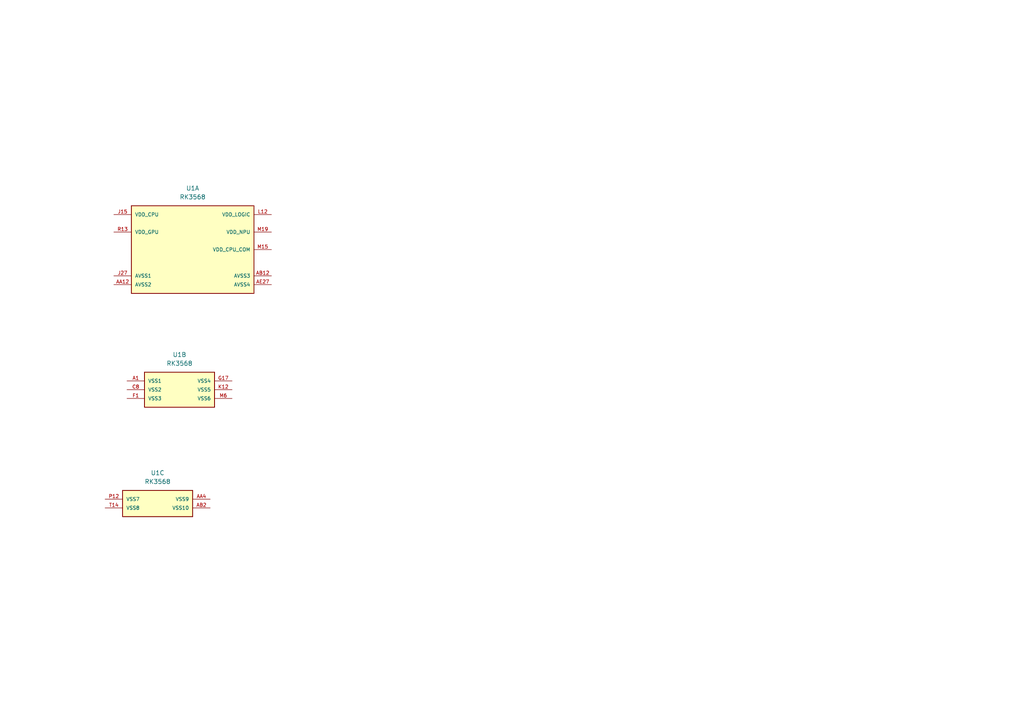
<source format=kicad_sch>
(kicad_sch (version 20250114) (generator "eeschema") (generator_version "9.0")
  (paper "A4")
  (symbol (lib_id "RK3568:RK3568") (at 52.07 113.03 0) (unit 2)
    (property "Reference" "U1" (at 52.07 102.87 0))
    (property "Value" "RK3568" (at 52.07 105.41 0))
    (property "Footprint" "RK3568:BGA636C65P28X28_1900X1900X168" (effects (hide yes)))
    (property "MF" "Rockchip" (effects (hide yes)))
    (property "MAXIMUM_PACKAGE_HEIGHT" "1.68mm" (effects (hide yes)))
    (property "Package" "None" (effects (hide yes)))
    (property "Price" "None" (effects (hide yes)))
    (property "Check_prices" "https://www.snapeda.com/parts/RK3568/Fuzhou+Rockchip+Electronics+Co/view-part/?ref=eda" (effects (hide yes)))
    (property "STANDARD" "IPC-7351B" (effects (hide yes)))
    (property "PARTREV" "1.3" (effects (hide yes)))
    (property "SnapEDA_Link" "https://www.snapeda.com/parts/RK3568/Fuzhou+Rockchip+Electronics+Co/view-part/?ref=snap" (effects (hide yes)))
    (property "MP" "RK3568" (effects (hide yes)))
    (property "Description_1" "Quad-core Cortex-A55 up to 2.0GHz" (effects (hide yes)))
    (property "Availability" "In Stock" (effects (hide yes)))
    (property "MANUFACTURER" "Rockchip Electronics" (effects (hide yes)))
  )
  (symbol (lib_id "RK3568:RK3568") (at -208.28 295.91 0) (unit 15)
    (property "Reference" "U1" (at -208.28 265.43 0))
    (property "Value" "RK3568" (at -208.28 267.97 0))
    (property "Footprint" "RK3568:BGA636C65P28X28_1900X1900X168" (effects (hide yes)))
    (property "MF" "Rockchip" (effects (hide yes)))
    (property "MAXIMUM_PACKAGE_HEIGHT" "1.68mm" (effects (hide yes)))
    (property "Package" "None" (effects (hide yes)))
    (property "Price" "None" (effects (hide yes)))
    (property "Check_prices" "https://www.snapeda.com/parts/RK3568/Fuzhou+Rockchip+Electronics+Co/view-part/?ref=eda" (effects (hide yes)))
    (property "STANDARD" "IPC-7351B" (effects (hide yes)))
    (property "PARTREV" "1.3" (effects (hide yes)))
    (property "SnapEDA_Link" "https://www.snapeda.com/parts/RK3568/Fuzhou+Rockchip+Electronics+Co/view-part/?ref=snap" (effects (hide yes)))
    (property "MP" "RK3568" (effects (hide yes)))
    (property "Description_1" "Quad-core Cortex-A55 up to 2.0GHz" (effects (hide yes)))
    (property "Availability" "In Stock" (effects (hide yes)))
    (property "MANUFACTURER" "Rockchip Electronics" (effects (hide yes)))
  )
  (symbol (lib_id "RK3568:RK3568") (at 304.8 344.17 0) (unit 10)
    (property "Reference" "U1" (at 304.8 318.77 0))
    (property "Value" "RK3568" (at 304.8 321.31 0))
    (property "Footprint" "RK3568:BGA636C65P28X28_1900X1900X168" (effects (hide yes)))
    (property "MF" "Rockchip" (effects (hide yes)))
    (property "MAXIMUM_PACKAGE_HEIGHT" "1.68mm" (effects (hide yes)))
    (property "Package" "None" (effects (hide yes)))
    (property "Price" "None" (effects (hide yes)))
    (property "Check_prices" "https://www.snapeda.com/parts/RK3568/Fuzhou+Rockchip+Electronics+Co/view-part/?ref=eda" (effects (hide yes)))
    (property "STANDARD" "IPC-7351B" (effects (hide yes)))
    (property "PARTREV" "1.3" (effects (hide yes)))
    (property "SnapEDA_Link" "https://www.snapeda.com/parts/RK3568/Fuzhou+Rockchip+Electronics+Co/view-part/?ref=snap" (effects (hide yes)))
    (property "MP" "RK3568" (effects (hide yes)))
    (property "Description_1" "Quad-core Cortex-A55 up to 2.0GHz" (effects (hide yes)))
    (property "Availability" "In Stock" (effects (hide yes)))
    (property "MANUFACTURER" "Rockchip Electronics" (effects (hide yes)))
  )
  (symbol (lib_id "RK3568:RK3568") (at -30.48 391.16 0) (unit 13)
    (property "Reference" "U1" (at -30.48 373.38 0))
    (property "Value" "RK3568" (at -30.48 375.92 0))
    (property "Footprint" "RK3568:BGA636C65P28X28_1900X1900X168" (effects (hide yes)))
    (property "MF" "Rockchip" (effects (hide yes)))
    (property "MAXIMUM_PACKAGE_HEIGHT" "1.68mm" (effects (hide yes)))
    (property "Package" "None" (effects (hide yes)))
    (property "Price" "None" (effects (hide yes)))
    (property "Check_prices" "https://www.snapeda.com/parts/RK3568/Fuzhou+Rockchip+Electronics+Co/view-part/?ref=eda" (effects (hide yes)))
    (property "STANDARD" "IPC-7351B" (effects (hide yes)))
    (property "PARTREV" "1.3" (effects (hide yes)))
    (property "SnapEDA_Link" "https://www.snapeda.com/parts/RK3568/Fuzhou+Rockchip+Electronics+Co/view-part/?ref=snap" (effects (hide yes)))
    (property "MP" "RK3568" (effects (hide yes)))
    (property "Description_1" "Quad-core Cortex-A55 up to 2.0GHz" (effects (hide yes)))
    (property "Availability" "In Stock" (effects (hide yes)))
    (property "MANUFACTURER" "Rockchip Electronics" (effects (hide yes)))
  )
  (symbol (lib_id "RK3568:RK3568") (at -224.79 99.06 0) (unit 17)
    (property "Reference" "U1" (at -224.79 71.12 0))
    (property "Value" "RK3568" (at -224.79 73.66 0))
    (property "Footprint" "RK3568:BGA636C65P28X28_1900X1900X168" (effects (hide yes)))
    (property "MF" "Rockchip" (effects (hide yes)))
    (property "MAXIMUM_PACKAGE_HEIGHT" "1.68mm" (effects (hide yes)))
    (property "Package" "None" (effects (hide yes)))
    (property "Price" "None" (effects (hide yes)))
    (property "Check_prices" "https://www.snapeda.com/parts/RK3568/Fuzhou+Rockchip+Electronics+Co/view-part/?ref=eda" (effects (hide yes)))
    (property "STANDARD" "IPC-7351B" (effects (hide yes)))
    (property "PARTREV" "1.3" (effects (hide yes)))
    (property "SnapEDA_Link" "https://www.snapeda.com/parts/RK3568/Fuzhou+Rockchip+Electronics+Co/view-part/?ref=snap" (effects (hide yes)))
    (property "MP" "RK3568" (effects (hide yes)))
    (property "Description_1" "Quad-core Cortex-A55 up to 2.0GHz" (effects (hide yes)))
    (property "Availability" "In Stock" (effects (hide yes)))
    (property "MANUFACTURER" "Rockchip Electronics" (effects (hide yes)))
  )
  (symbol (lib_id "RK3568:RK3568") (at 45.72 144.78 0) (unit 3)
    (property "Reference" "U1" (at 45.72 137.16 0))
    (property "Value" "RK3568" (at 45.72 139.7 0))
    (property "Footprint" "RK3568:BGA636C65P28X28_1900X1900X168" (effects (hide yes)))
    (property "MF" "Rockchip" (effects (hide yes)))
    (property "MAXIMUM_PACKAGE_HEIGHT" "1.68mm" (effects (hide yes)))
    (property "Package" "None" (effects (hide yes)))
    (property "Price" "None" (effects (hide yes)))
    (property "Check_prices" "https://www.snapeda.com/parts/RK3568/Fuzhou+Rockchip+Electronics+Co/view-part/?ref=eda" (effects (hide yes)))
    (property "STANDARD" "IPC-7351B" (effects (hide yes)))
    (property "PARTREV" "1.3" (effects (hide yes)))
    (property "SnapEDA_Link" "https://www.snapeda.com/parts/RK3568/Fuzhou+Rockchip+Electronics+Co/view-part/?ref=snap" (effects (hide yes)))
    (property "MP" "RK3568" (effects (hide yes)))
    (property "Description_1" "Quad-core Cortex-A55 up to 2.0GHz" (effects (hide yes)))
    (property "Availability" "In Stock" (effects (hide yes)))
    (property "MANUFACTURER" "Rockchip Electronics" (effects (hide yes)))
  )
  (symbol (lib_id "RK3568:RK3568") (at -147.32 463.55 0) (unit 22)
    (property "Reference" "U1" (at -147.32 433.07 0))
    (property "Value" "RK3568" (at -147.32 435.61 0))
    (property "Footprint" "RK3568:BGA636C65P28X28_1900X1900X168" (effects (hide yes)))
    (property "MF" "Rockchip" (effects (hide yes)))
    (property "MAXIMUM_PACKAGE_HEIGHT" "1.68mm" (effects (hide yes)))
    (property "Package" "None" (effects (hide yes)))
    (property "Price" "None" (effects (hide yes)))
    (property "Check_prices" "https://www.snapeda.com/parts/RK3568/Fuzhou+Rockchip+Electronics+Co/view-part/?ref=eda" (effects (hide yes)))
    (property "STANDARD" "IPC-7351B" (effects (hide yes)))
    (property "PARTREV" "1.3" (effects (hide yes)))
    (property "SnapEDA_Link" "https://www.snapeda.com/parts/RK3568/Fuzhou+Rockchip+Electronics+Co/view-part/?ref=snap" (effects (hide yes)))
    (property "MP" "RK3568" (effects (hide yes)))
    (property "Description_1" "Quad-core Cortex-A55 up to 2.0GHz" (effects (hide yes)))
    (property "Availability" "In Stock" (effects (hide yes)))
    (property "MANUFACTURER" "Rockchip Electronics" (effects (hide yes)))
  )
  (symbol (lib_id "RK3568:RK3568") (at -55.88 87.63 0) (unit 4)
    (property "Reference" "U1" (at -55.88 77.47 0))
    (property "Value" "RK3568" (at -55.88 80.01 0))
    (property "Footprint" "RK3568:BGA636C65P28X28_1900X1900X168" (effects (hide yes)))
    (property "MF" "Rockchip" (effects (hide yes)))
    (property "MAXIMUM_PACKAGE_HEIGHT" "1.68mm" (effects (hide yes)))
    (property "Package" "None" (effects (hide yes)))
    (property "Price" "None" (effects (hide yes)))
    (property "Check_prices" "https://www.snapeda.com/parts/RK3568/Fuzhou+Rockchip+Electronics+Co/view-part/?ref=eda" (effects (hide yes)))
    (property "STANDARD" "IPC-7351B" (effects (hide yes)))
    (property "PARTREV" "1.3" (effects (hide yes)))
    (property "SnapEDA_Link" "https://www.snapeda.com/parts/RK3568/Fuzhou+Rockchip+Electronics+Co/view-part/?ref=snap" (effects (hide yes)))
    (property "MP" "RK3568" (effects (hide yes)))
    (property "Description_1" "Quad-core Cortex-A55 up to 2.0GHz" (effects (hide yes)))
    (property "Availability" "In Stock" (effects (hide yes)))
    (property "MANUFACTURER" "Rockchip Electronics" (effects (hide yes)))
  )
  (symbol (lib_id "RK3568:RK3568") (at 328.93 219.71 0) (unit 11)
    (property "Reference" "U1" (at 328.93 189.23 0))
    (property "Value" "RK3568" (at 328.93 191.77 0))
    (property "Footprint" "RK3568:BGA636C65P28X28_1900X1900X168" (effects (hide yes)))
    (property "MF" "Rockchip" (effects (hide yes)))
    (property "MAXIMUM_PACKAGE_HEIGHT" "1.68mm" (effects (hide yes)))
    (property "Package" "None" (effects (hide yes)))
    (property "Price" "None" (effects (hide yes)))
    (property "Check_prices" "https://www.snapeda.com/parts/RK3568/Fuzhou+Rockchip+Electronics+Co/view-part/?ref=eda" (effects (hide yes)))
    (property "STANDARD" "IPC-7351B" (effects (hide yes)))
    (property "PARTREV" "1.3" (effects (hide yes)))
    (property "SnapEDA_Link" "https://www.snapeda.com/parts/RK3568/Fuzhou+Rockchip+Electronics+Co/view-part/?ref=snap" (effects (hide yes)))
    (property "MP" "RK3568" (effects (hide yes)))
    (property "Description_1" "Quad-core Cortex-A55 up to 2.0GHz" (effects (hide yes)))
    (property "Availability" "In Stock" (effects (hide yes)))
    (property "MANUFACTURER" "Rockchip Electronics" (effects (hide yes)))
  )
  (symbol (lib_id "RK3568:RK3568") (at 242.57 367.03 0) (unit 12)
    (property "Reference" "U1" (at 242.57 331.47 0))
    (property "Value" "RK3568" (at 242.57 334.01 0))
    (property "Footprint" "RK3568:BGA636C65P28X28_1900X1900X168" (effects (hide yes)))
    (property "MF" "Rockchip" (effects (hide yes)))
    (property "MAXIMUM_PACKAGE_HEIGHT" "1.68mm" (effects (hide yes)))
    (property "Package" "None" (effects (hide yes)))
    (property "Price" "None" (effects (hide yes)))
    (property "Check_prices" "https://www.snapeda.com/parts/RK3568/Fuzhou+Rockchip+Electronics+Co/view-part/?ref=eda" (effects (hide yes)))
    (property "STANDARD" "IPC-7351B" (effects (hide yes)))
    (property "PARTREV" "1.3" (effects (hide yes)))
    (property "SnapEDA_Link" "https://www.snapeda.com/parts/RK3568/Fuzhou+Rockchip+Electronics+Co/view-part/?ref=snap" (effects (hide yes)))
    (property "MP" "RK3568" (effects (hide yes)))
    (property "Description_1" "Quad-core Cortex-A55 up to 2.0GHz" (effects (hide yes)))
    (property "Availability" "In Stock" (effects (hide yes)))
    (property "MANUFACTURER" "Rockchip Electronics" (effects (hide yes)))
  )
  (symbol (lib_id "RK3568:RK3568") (at -152.4 361.95 0) (unit 14)
    (property "Reference" "U1" (at -152.4 341.63 0))
    (property "Value" "RK3568" (at -152.4 344.17 0))
    (property "Footprint" "RK3568:BGA636C65P28X28_1900X1900X168" (effects (hide yes)))
    (property "MF" "Rockchip" (effects (hide yes)))
    (property "MAXIMUM_PACKAGE_HEIGHT" "1.68mm" (effects (hide yes)))
    (property "Package" "None" (effects (hide yes)))
    (property "Price" "None" (effects (hide yes)))
    (property "Check_prices" "https://www.snapeda.com/parts/RK3568/Fuzhou+Rockchip+Electronics+Co/view-part/?ref=eda" (effects (hide yes)))
    (property "STANDARD" "IPC-7351B" (effects (hide yes)))
    (property "PARTREV" "1.3" (effects (hide yes)))
    (property "SnapEDA_Link" "https://www.snapeda.com/parts/RK3568/Fuzhou+Rockchip+Electronics+Co/view-part/?ref=snap" (effects (hide yes)))
    (property "MP" "RK3568" (effects (hide yes)))
    (property "Description_1" "Quad-core Cortex-A55 up to 2.0GHz" (effects (hide yes)))
    (property "Availability" "In Stock" (effects (hide yes)))
    (property "MANUFACTURER" "Rockchip Electronics" (effects (hide yes)))
  )
  (symbol (lib_id "RK3568:RK3568") (at -363.22 251.46 0) (unit 19)
    (property "Reference" "U1" (at -363.22 223.52 0))
    (property "Value" "RK3568" (at -363.22 226.06 0))
    (property "Footprint" "RK3568:BGA636C65P28X28_1900X1900X168" (effects (hide yes)))
    (property "MF" "Rockchip" (effects (hide yes)))
    (property "MAXIMUM_PACKAGE_HEIGHT" "1.68mm" (effects (hide yes)))
    (property "Package" "None" (effects (hide yes)))
    (property "Price" "None" (effects (hide yes)))
    (property "Check_prices" "https://www.snapeda.com/parts/RK3568/Fuzhou+Rockchip+Electronics+Co/view-part/?ref=eda" (effects (hide yes)))
    (property "STANDARD" "IPC-7351B" (effects (hide yes)))
    (property "PARTREV" "1.3" (effects (hide yes)))
    (property "SnapEDA_Link" "https://www.snapeda.com/parts/RK3568/Fuzhou+Rockchip+Electronics+Co/view-part/?ref=snap" (effects (hide yes)))
    (property "MP" "RK3568" (effects (hide yes)))
    (property "Description_1" "Quad-core Cortex-A55 up to 2.0GHz" (effects (hide yes)))
    (property "Availability" "In Stock" (effects (hide yes)))
    (property "MANUFACTURER" "Rockchip Electronics" (effects (hide yes)))
  )
  (symbol (lib_id "RK3568:RK3568") (at 55.88 72.39 0) (unit 1)
    (property "Reference" "U1" (at 55.88 54.61 0))
    (property "Value" "RK3568" (at 55.88 57.15 0))
    (property "Footprint" "RK3568:BGA636C65P28X28_1900X1900X168" (effects (hide yes)))
    (property "MF" "Rockchip" (effects (hide yes)))
    (property "MAXIMUM_PACKAGE_HEIGHT" "1.68mm" (effects (hide yes)))
    (property "Package" "None" (effects (hide yes)))
    (property "Price" "None" (effects (hide yes)))
    (property "Check_prices" "https://www.snapeda.com/parts/RK3568/Fuzhou+Rockchip+Electronics+Co/view-part/?ref=eda" (effects (hide yes)))
    (property "STANDARD" "IPC-7351B" (effects (hide yes)))
    (property "PARTREV" "1.3" (effects (hide yes)))
    (property "SnapEDA_Link" "https://www.snapeda.com/parts/RK3568/Fuzhou+Rockchip+Electronics+Co/view-part/?ref=snap" (effects (hide yes)))
    (property "MP" "RK3568" (effects (hide yes)))
    (property "Description_1" "Quad-core Cortex-A55 up to 2.0GHz" (effects (hide yes)))
    (property "Availability" "In Stock" (effects (hide yes)))
    (property "MANUFACTURER" "Rockchip Electronics" (effects (hide yes)))
  )
  (symbol (lib_id "RK3568:RK3568") (at -279.4 445.77 0) (unit 21)
    (property "Reference" "U1" (at -279.4 427.99 0))
    (property "Value" "RK3568" (at -279.4 430.53 0))
    (property "Footprint" "RK3568:BGA636C65P28X28_1900X1900X168" (effects (hide yes)))
    (property "MF" "Rockchip" (effects (hide yes)))
    (property "MAXIMUM_PACKAGE_HEIGHT" "1.68mm" (effects (hide yes)))
    (property "Package" "None" (effects (hide yes)))
    (property "Price" "None" (effects (hide yes)))
    (property "Check_prices" "https://www.snapeda.com/parts/RK3568/Fuzhou+Rockchip+Electronics+Co/view-part/?ref=eda" (effects (hide yes)))
    (property "STANDARD" "IPC-7351B" (effects (hide yes)))
    (property "PARTREV" "1.3" (effects (hide yes)))
    (property "SnapEDA_Link" "https://www.snapeda.com/parts/RK3568/Fuzhou+Rockchip+Electronics+Co/view-part/?ref=snap" (effects (hide yes)))
    (property "MP" "RK3568" (effects (hide yes)))
    (property "Description_1" "Quad-core Cortex-A55 up to 2.0GHz" (effects (hide yes)))
    (property "Availability" "In Stock" (effects (hide yes)))
    (property "MANUFACTURER" "Rockchip Electronics" (effects (hide yes)))
  )
  (symbol (lib_id "RK3568:RK3568") (at 33.02 307.34 0) (unit 7)
    (property "Reference" "U1" (at 33.02 287.02 0))
    (property "Value" "RK3568" (at 33.02 289.56 0))
    (property "Footprint" "RK3568:BGA636C65P28X28_1900X1900X168" (effects (hide yes)))
    (property "MF" "Rockchip" (effects (hide yes)))
    (property "MAXIMUM_PACKAGE_HEIGHT" "1.68mm" (effects (hide yes)))
    (property "Package" "None" (effects (hide yes)))
    (property "Price" "None" (effects (hide yes)))
    (property "Check_prices" "https://www.snapeda.com/parts/RK3568/Fuzhou+Rockchip+Electronics+Co/view-part/?ref=eda" (effects (hide yes)))
    (property "STANDARD" "IPC-7351B" (effects (hide yes)))
    (property "PARTREV" "1.3" (effects (hide yes)))
    (property "SnapEDA_Link" "https://www.snapeda.com/parts/RK3568/Fuzhou+Rockchip+Electronics+Co/view-part/?ref=snap" (effects (hide yes)))
    (property "MP" "RK3568" (effects (hide yes)))
    (property "Description_1" "Quad-core Cortex-A55 up to 2.0GHz" (effects (hide yes)))
    (property "Availability" "In Stock" (effects (hide yes)))
    (property "MANUFACTURER" "Rockchip Electronics" (effects (hide yes)))
  )
  (symbol (lib_id "RK3568:RK3568") (at 121.92 314.96 0) (unit 8)
    (property "Reference" "U1" (at 121.92 289.56 0))
    (property "Value" "RK3568" (at 121.92 292.1 0))
    (property "Footprint" "RK3568:BGA636C65P28X28_1900X1900X168" (effects (hide yes)))
    (property "MF" "Rockchip" (effects (hide yes)))
    (property "MAXIMUM_PACKAGE_HEIGHT" "1.68mm" (effects (hide yes)))
    (property "Package" "None" (effects (hide yes)))
    (property "Price" "None" (effects (hide yes)))
    (property "Check_prices" "https://www.snapeda.com/parts/RK3568/Fuzhou+Rockchip+Electronics+Co/view-part/?ref=eda" (effects (hide yes)))
    (property "STANDARD" "IPC-7351B" (effects (hide yes)))
    (property "PARTREV" "1.3" (effects (hide yes)))
    (property "SnapEDA_Link" "https://www.snapeda.com/parts/RK3568/Fuzhou+Rockchip+Electronics+Co/view-part/?ref=snap" (effects (hide yes)))
    (property "MP" "RK3568" (effects (hide yes)))
    (property "Description_1" "Quad-core Cortex-A55 up to 2.0GHz" (effects (hide yes)))
    (property "Availability" "In Stock" (effects (hide yes)))
    (property "MANUFACTURER" "Rockchip Electronics" (effects (hide yes)))
  )
  (symbol (lib_id "RK3568:RK3568") (at 200.66 308.61 0) (unit 9)
    (property "Reference" "U1" (at 200.66 295.91 0))
    (property "Value" "RK3568" (at 200.66 298.45 0))
    (property "Footprint" "RK3568:BGA636C65P28X28_1900X1900X168" (effects (hide yes)))
    (property "MF" "Rockchip" (effects (hide yes)))
    (property "MAXIMUM_PACKAGE_HEIGHT" "1.68mm" (effects (hide yes)))
    (property "Package" "None" (effects (hide yes)))
    (property "Price" "None" (effects (hide yes)))
    (property "Check_prices" "https://www.snapeda.com/parts/RK3568/Fuzhou+Rockchip+Electronics+Co/view-part/?ref=eda" (effects (hide yes)))
    (property "STANDARD" "IPC-7351B" (effects (hide yes)))
    (property "PARTREV" "1.3" (effects (hide yes)))
    (property "SnapEDA_Link" "https://www.snapeda.com/parts/RK3568/Fuzhou+Rockchip+Electronics+Co/view-part/?ref=snap" (effects (hide yes)))
    (property "MP" "RK3568" (effects (hide yes)))
    (property "Description_1" "Quad-core Cortex-A55 up to 2.0GHz" (effects (hide yes)))
    (property "Availability" "In Stock" (effects (hide yes)))
    (property "MANUFACTURER" "Rockchip Electronics" (effects (hide yes)))
  )
  (symbol (lib_id "RK3568:RK3568") (at -359.41 153.67 0) (unit 18)
    (property "Reference" "U1" (at -359.41 125.73 0))
    (property "Value" "RK3568" (at -359.41 128.27 0))
    (property "Footprint" "RK3568:BGA636C65P28X28_1900X1900X168" (effects (hide yes)))
    (property "MF" "Rockchip" (effects (hide yes)))
    (property "MAXIMUM_PACKAGE_HEIGHT" "1.68mm" (effects (hide yes)))
    (property "Package" "None" (effects (hide yes)))
    (property "Price" "None" (effects (hide yes)))
    (property "Check_prices" "https://www.snapeda.com/parts/RK3568/Fuzhou+Rockchip+Electronics+Co/view-part/?ref=eda" (effects (hide yes)))
    (property "STANDARD" "IPC-7351B" (effects (hide yes)))
    (property "PARTREV" "1.3" (effects (hide yes)))
    (property "SnapEDA_Link" "https://www.snapeda.com/parts/RK3568/Fuzhou+Rockchip+Electronics+Co/view-part/?ref=snap" (effects (hide yes)))
    (property "MP" "RK3568" (effects (hide yes)))
    (property "Description_1" "Quad-core Cortex-A55 up to 2.0GHz" (effects (hide yes)))
    (property "Availability" "In Stock" (effects (hide yes)))
    (property "MANUFACTURER" "Rockchip Electronics" (effects (hide yes)))
  )
  (symbol (lib_id "RK3568:RK3568") (at -331.47 342.9 0) (unit 20)
    (property "Reference" "U1" (at -331.47 307.34 0))
    (property "Value" "RK3568" (at -331.47 309.88 0))
    (property "Footprint" "RK3568:BGA636C65P28X28_1900X1900X168" (effects (hide yes)))
    (property "MF" "Rockchip" (effects (hide yes)))
    (property "MAXIMUM_PACKAGE_HEIGHT" "1.68mm" (effects (hide yes)))
    (property "Package" "None" (effects (hide yes)))
    (property "Price" "None" (effects (hide yes)))
    (property "Check_prices" "https://www.snapeda.com/parts/RK3568/Fuzhou+Rockchip+Electronics+Co/view-part/?ref=eda" (effects (hide yes)))
    (property "STANDARD" "IPC-7351B" (effects (hide yes)))
    (property "PARTREV" "1.3" (effects (hide yes)))
    (property "SnapEDA_Link" "https://www.snapeda.com/parts/RK3568/Fuzhou+Rockchip+Electronics+Co/view-part/?ref=snap" (effects (hide yes)))
    (property "MP" "RK3568" (effects (hide yes)))
    (property "Description_1" "Quad-core Cortex-A55 up to 2.0GHz" (effects (hide yes)))
    (property "Availability" "In Stock" (effects (hide yes)))
    (property "MANUFACTURER" "Rockchip Electronics" (effects (hide yes)))
  )
  (sheet (at 401.32 154.94) (size 49.53 44.45) (stroke (width 0.1524))
    (property "Sheetname" "HDMI" (at 401.32 154.2284 0) (effects (justify left bottom)))
    (property "Sheetfile" "hdmi.kicad_sch" (at 401.32 199.9746 0) (effects (justify left top)))
  )
  (sheet (at 408.94 36.83) (size 71.12 83.82) (stroke (width 0.1524))
    (property "Sheetname" "Ethernet" (at 408.94 36.1184 0) (effects (justify left bottom)))
    (property "Sheetfile" "ethernet.kicad_sch" (at 408.94 121.2346 0) (effects (justify left top)))
  )
  (sheet (at 342.9 118.11) (size 35.56 30.48) (stroke (width 0.1524))
    (property "Sheetname" "Memory and Storage" (at 342.9 117.3984 0) (effects (justify left bottom)))
    (property "Sheetfile" "memory_storage.kicad_sch" (at 342.9 149.1746 0) (effects (justify left top)))
  )
  (sheet (at 481.33 163.83) (size 31.75 35.56) (stroke (width 0.1524))
    (property "Sheetname" "WiFi and Bluetooth" (at 481.33 163.1184 0) (effects (justify left bottom)))
    (property "Sheetfile" "wireless.kicad_sch" (at 481.33 199.9746 0) (effects (justify left top)))
  )
  (sheet (at 321.31 48.26) (size 59.69 46.99) (stroke (width 0.1524))
    (property "Sheetname" "USB" (at 321.31 47.5484 0) (effects (justify left bottom)))
    (property "Sheetfile" "usb.kicad_sch" (at 321.31 95.8346 0) (effects (justify left top)))
  )
  (sheet (at 421.64 -30.48) (size 77.47 41.91) (stroke (width 0.1524))
    (property "Sheetname" "Power" (at 421.64 -31.1916 0) (effects (justify left bottom)))
    (property "Sheetfile" "power.kicad_sch" (at 421.64 12.0146 0) (effects (justify left top)))
  )
  (sheet (at 406.4 233.68) (size 38.1 34.29) (stroke (width 0.1524))
    (property "Sheetname" "Peripherals" (at 406.4 232.9684 0) (effects (justify left bottom)))
    (property "Sheetfile" "peripherals.kicad_sch" (at 406.4 268.5546 0) (effects (justify left top)))
  )
)
</source>
